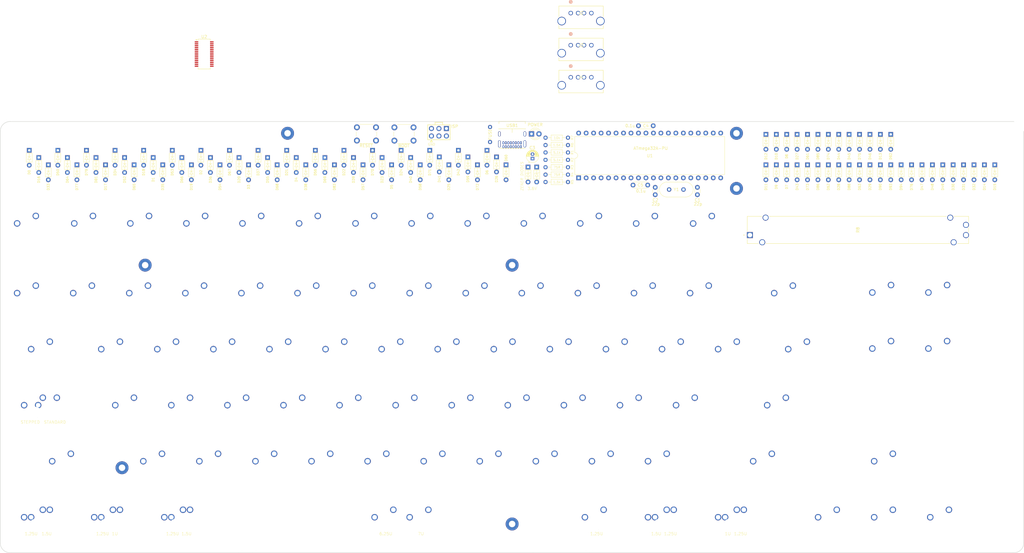
<source format=kicad_pcb>
(kicad_pcb (version 20241229) (generator "pcbnew") (generator_version "9.0")
  (layers (0 "F.Cu" signal) (2 "B.Cu" signal) (13 "F.Paste" user) (15 "B.Paste" user) (5 "F.SilkS" user "F.Silkscreen") (7 "B.SilkS" user "B.Silkscreen") (1 "F.Mask" user) (3 "B.Mask" user) (25 "Edge.Cuts" user))
  (net 0 "")
  (net 1 "GND")
  (net 2 "boot")
  (net 3 "Net-(U1-XTAL1)")
  (net 4 "Net-(U1-XTAL2)")
  (net 5 "+5V")
  (net 6 "Net-(D0-A)")
  (net 7 "Net-(D1-A)")
  (net 8 "Net-(D2-A)")
  (net 9 "Net-(D3-A)")
  (net 10 "Net-(D4-A)")
  (net 11 "Net-(D5-A)")
  (net 12 "Net-(D6-A)")
  (net 13 "Net-(D7-A)")
  (net 14 "Net-(D8-A)")
  (net 15 "Net-(D9-A)")
  (net 16 "Net-(D10-A)")
  (net 17 "Net-(D11-A)")
  (net 18 "Net-(D12-A)")
  (net 19 "Net-(D13-A)")
  (net 20 "Net-(D14-A)")
  (net 21 "Net-(D15-A)")
  (net 22 "Net-(D16-A)")
  (net 23 "Net-(D17-A)")
  (net 24 "Net-(D18-A)")
  (net 25 "Net-(D19-A)")
  (net 26 "Net-(D20-A)")
  (net 27 "Net-(D21-A)")
  (net 28 "Net-(D22-A)")
  (net 29 "Net-(D23-A)")
  (net 30 "Net-(D24-A)")
  (net 31 "Net-(D25-A)")
  (net 32 "Net-(D26-A)")
  (net 33 "Net-(D27-A)")
  (net 34 "Net-(D28-A)")
  (net 35 "Net-(D29-A)")
  (net 36 "Net-(D30-A)")
  (net 37 "Net-(D31-A)")
  (net 38 "Net-(D32-A)")
  (net 39 "Net-(D33-A)")
  (net 40 "Net-(D34-A)")
  (net 41 "Net-(D35-A)")
  (net 42 "Net-(D36-A)")
  (net 43 "Net-(D37-A)")
  (net 44 "Net-(D38-A)")
  (net 45 "Net-(D39-A)")
  (net 46 "Net-(D40-A)")
  (net 47 "Net-(D41-A)")
  (net 48 "Net-(D42-A)")
  (net 49 "Net-(D43-A)")
  (net 50 "Net-(D44-A)")
  (net 51 "Net-(D45-A)")
  (net 52 "Net-(D46-A)")
  (net 53 "Net-(D47-A)")
  (net 54 "Net-(D48-A)")
  (net 55 "Net-(D49-A)")
  (net 56 "Net-(D50-A)")
  (net 57 "Net-(D52-A)")
  (net 58 "Net-(D53-A)")
  (net 59 "Net-(D54-A)")
  (net 60 "Net-(D55-A)")
  (net 61 "Net-(D56-A)")
  (net 62 "Net-(D57-A)")
  (net 63 "Net-(D58-A)")
  (net 64 "Net-(D59-A)")
  (net 65 "Net-(D60-A)")
  (net 66 "Net-(D61-A)")
  (net 67 "Net-(D62-A)")
  (net 68 "Net-(D63-A)")
  (net 69 "Net-(D64-A)")
  (net 70 "Net-(D65-A)")
  (net 71 "Net-(D66-A)")
  (net 72 "Net-(D67-A)")
  (net 73 "Net-(D68-A)")
  (net 74 "Net-(D69-A)")
  (net 75 "Net-(D70-A)")
  (net 76 "Net-(D71-A)")
  (net 77 "Net-(D72-A)")
  (net 78 "Net-(D73-A)")
  (net 79 "Net-(D74-A)")
  (net 80 "Net-(D75-A)")
  (net 81 "Net-(D76-A)")
  (net 82 "Net-(D77-A)")
  (net 83 "Net-(D79-A)")
  (net 84 "Net-(D81-A)")
  (net 85 "Net-(D83-A)")
  (net 86 "Net-(D85-A)")
  (net 87 "Net-(D86-A)")
  (net 88 "Net-(D88-A)")
  (net 89 "Net-(D90-A)")
  (net 90 "Net-(D92-A)")
  (net 91 "Net-(D93-A)")
  (net 92 "Net-(D94-A)")
  (net 93 "Net-(D95-K)")
  (net 94 "Net-(D96-K)")
  (net 95 "VCC")
  (net 96 "MISO")
  (net 97 "SCK")
  (net 98 "MOSI")
  (net 99 "reset")
  (net 100 "Net-(LED1-K)")
  (net 101 "Net-(USB1-CC1)")
  (net 102 "Net-(USB1-CC2)")
  (net 103 "D-")
  (net 104 "D+")
  (net 108 "row0")
  (net 109 "row1")
  (net 110 "row2")
  (net 111 "row3")
  (net 112 "row4")
  (net 113 "row5")
  (net 114 "col0")
  (net 115 "col2")
  (net 116 "col3")
  (net 117 "col4")
  (net 118 "col5")
  (net 119 "col6")
  (net 120 "col7")
  (net 121 "col8")
  (net 122 "col9")
  (net 123 "col11")
  (net 124 "col12")
  (net 125 "col13")
  (net 126 "col14")
  (net 127 "col15")
  (net 128 "col16")
  (net 129 "col17")
  (net 130 "col1")
  (net 131 "col10")
  (footprint "cftkb:MX-6.25U-Stabilizer" (layer "F.Cu") (at 168.1099 192.4177)
    (property "Reference" "ST83")
    (property "Value" "6.25U")
  )
  (footprint "cftkb:SW_Cherry_MX1A_1.00u_PCB-NOSCREEN" (layer "F.Cu") (at 68.2625 111.125)
    (property "Reference" "SW17")
    (property "Value" "KEYSW")
  )
  (footprint "cftkb:SW_Cherry_MX1A_1.00u_PCB-NOSCREEN" (layer "F.Cu") (at 211.1375 130.175)
    (property "Reference" "SW41")
    (property "Value" "KEYSW")
  )
  (footprint "cftkb:MX-7U-Stabilizer" (layer "F.Cu") (at 180.0225 192.405)
    (property "Reference" "ST84")
    (property "Value" "7U")
  )
  (footprint "cftkb:CP_Radial_D4.0mm_P1.50mm" (layer "F.Cu") (at 217.945459 67.911544 90)
    (property "Reference" "C3")
    (property "Value" "4.7u")
  )
  (footprint "cftkb:LED_D3.0mm" (layer "F.Cu") (at 217.595499 59.5249)
    (property "Reference" "LED1")
    (property "Value" "POWER")
  )
  (footprint "cftkb:D_DO-35_SOD27_P5.08mm_Horizontal" (layer "F.Cu") (at 321.967188 68.784948 -90)
    (property "Reference" "D28")
    (property "Value" "D_Small")
  )
  (footprint "cftkb:D_DO-35_SOD27_P5.08mm_Horizontal" (layer "F.Cu") (at 108.530629 66.304655 -90)
    (property "Reference" "D36")
    (property "Value" "D_Small")
  )
  (footprint "cftkb:D_DO-35_SOD27_P5.08mm_Horizontal" (layer "F.Cu") (at 297.229706 68.784948 -90)
    (property "Reference" "D11")
    (property "Value" "D_Small")
  )
  (footprint "cftkb:D_DO-35_SOD27_P5.08mm_Horizontal" (layer "F.Cu") (at 371.442152 68.784948 -90)
    (property "Reference" "D14")
    (property "Value" "D_Small")
  )
  (footprint "cftkb:D_DO-35_SOD27_P5.08mm_Horizontal" (layer "F.Cu") (at 336.102892 68.784948 -90)
    (property "Reference" "D90")
    (property "Value" "D_Small")
  )
  (footprint "cftkb:D_DO-35_SOD27_P5.08mm_Horizontal" (layer "F.Cu") (at 339.636818 58.410499 -90)
    (property "Reference" "D92")
    (property "Value" "D_Small")
  )
  (footprint "cftkb:DIP-40_W15.24mm" (layer "F.Cu") (at 233.6165 74.4855 90)
    (property "Reference" "U1")
    (property "Value" "ATmega32A-PU")
  )
  (footprint "MountingHole:MountingHole_2.2mm_M2_Pad" (layer "F.Cu") (at 134.7343 59.3135)
    (property "Reference" "REF**")
    (property "Value" "MountingHole_2.2mm_M2_Pad")
  )
  (footprint "MountingHole:MountingHole_2.2mm_M2_Pad" (layer "F.Cu") (at 211.016251 104.1527)
    (property "Reference" "REF**")
    (property "Value" "MountingHole_2.2mm_M2_Pad")
  )
  (footprint "MountingHole:MountingHole_2.2mm_M2_Pad" (layer "F.Cu") (at 211.016251 192.1637)
    (property "Reference" "REF**")
    (property "Value" "MountingHole_2.2mm_M2_Pad")
  )
  (footprint "MountingHole:MountingHole_2.2mm_M2_Pad" (layer "F.Cu") (at 86.36 104.1527)
    (property "Reference" "REF**")
    (property "Value" "MountingHole_2.2mm_M2_Pad")
  )
  (footprint "MountingHole:MountingHole_2.2mm_M2_Pad" (layer "F.Cu") (at 78.4987 173.0375)
    (property "Reference" "REF**")
    (property "Value" "MountingHole_2.2mm_M2_Pad")
  )
  (footprint "cftkb:SW_PUSH_6mm" (layer "F.Cu") (at 171.023197 57.3151)
    (property "Reference" "BOOT1")
    (property "Value" "BOOT")
  )
  (footprint "cftkb:C_Disc_D3.0mm_W1.6mm_P2.50mm" (layer "F.Cu") (at 273.9517 80.2005 90)
    (property "Reference" "C1")
    (property "Value" "22p")
  )
  (footprint "cftkb:C_Disc_D3.0mm_W1.6mm_P2.50mm" (layer "F.Cu") (at 259.6261 80.2005 90)
    (property "Reference" "C2")
    (property "Value" "22p")
  )
  (footprint "cftkb:C_Disc_D4.3mm_W1.9mm_P5.00mm" (layer "F.Cu") (at 258.9403 56.7563 180)
    (property "Reference" "C4")
    (property "Value" "0.1u")
  )
  (footprint "cftkb:C_Disc_D4.3mm_W1.9mm_P5.00mm" (layer "F.Cu") (at 252.0823 76.9239)
    (property "Reference" "C5")
    (property "Value" "0.1u")
  )
  (footprint "cftkb:D_DO-35_SOD27_P5.08mm_Horizontal" (layer "F.Cu") (at 46.981402 63.824362 -90)
    (property "Reference" "D0")
    (property "Value" "D_Small")
  )
  (footprint "MountingHole:MountingHole_2.2mm_M2_Pad" (layer "F.Cu") (at 287.2232 59.3135)
    (property "Reference" "REF**")
    (property "Value" "MountingHole_2.2mm_M2_Pad")
  )
  (footprint "cftkb:D_DO-35_SOD27_P5.08mm_Horizontal" (layer "F.Cu") (at 89.094031 66.304655 -90)
    (property "Reference" "D1")
    (property "Value" "D_Small")
  )
  (footprint "cftkb:D_DO-35_SOD27_P5.08mm_Horizontal" (layer "F.Cu") (at 105.291196 63.824362 -90)
    (property "Reference" "D2")
    (property "Value" "D_Small")
  )
  (footprint "cftkb:D_DO-35_SOD27_P5.08mm_Horizontal" (layer "F.Cu") (at 121.488361 68.784948 -90)
    (property "Reference" "D3")
    (property "Value" "D_Small")
  )
  (footprint "cftkb:D_DO-35_SOD27_P5.08mm_Horizontal" (layer "F.Cu") (at 137.685526 66.304655 -90)
    (property "Reference" "D4")
    (property "Value" "D_Small")
  )
  (footprint "cftkb:D_DO-35_SOD27_P5.08mm_Horizontal" (layer "F.Cu") (at 170.079856 68.784948 -90)
    (property "Reference" "D5")
    (property "Value" "D_Small")
  )
  (footprint "cftkb:D_DO-35_SOD27_P5.08mm_Horizontal" (layer "F.Cu") (at 202.474222 63.824362 -90)
    (property "Reference" "D6")
    (property "Value" "D_Small")
  )
  (footprint "cftkb:D_DO-35_SOD27_P5.08mm_Horizontal" (layer "F.Cu") (at 304.297558 68.784948 -90)
    (property "Reference" "D7")
    (property "Value" "D_Small")
  )
  (footprint "cftkb:D_DO-35_SOD27_P5.08mm_Horizontal" (layer "F.Cu") (at 304.297558 58.410499 -90)
    (property "Reference" "D8")
    (property "Value" "D_Small")
  )
  (footprint "cftkb:D_DO-35_SOD27_P5.08mm_Horizontal" (layer "F.Cu") (at 300.763632 68.784948 -90)
    (property "Reference" "D9")
    (property "Value" "D_Small")
  )
  (footprint "cftkb:D_DO-35_SOD27_P5.08mm_Horizontal" (layer "F.Cu") (at 300.763632 58.410499 -90)
    (property "Reference" "D10")
    (property "Value" "D_Small")
  )
  (footprint "cftkb:D_DO-35_SOD27_P5.08mm_Horizontal" (layer "F.Cu") (at 297.229706 58.410499 -90)
    (property "Reference" "D12")
    (property "Value" "D_Small")
  )
  (footprint "cftkb:D_DO-35_SOD27_P5.08mm_Horizontal" (layer "F.Cu") (at 336.102892 58.410499 -90)
    (property "Reference" "D13")
    (property "Value" "D_Small")
  )
  (footprint "cftkb:D_DO-35_SOD27_P5.08mm_Horizontal" (layer "F.Cu") (at 374.976098 68.784948 -90)
    (property "Reference" "D15")
    (property "Value" "D_Small")
  )
  (footprint "cftkb:D_DO-35_SOD27_P5.08mm_Horizontal" (layer "F.Cu") (at 50.220835 66.304655 -90)
    (property "Reference" "D16")
    (property "Value" "D_Small")
  )
  (footprint "cftkb:D_DO-35_SOD27_P5.08mm_Horizontal" (layer "F.Cu") (at 72.896866 68.784948 -90)
    (property "Reference" "D17")
    (property "Value" "D_Small")
  )
  (footprint "cftkb:D_DO-35_SOD27_P5.08mm_Horizontal" (layer "F.Cu") (at 85.854598 63.824362 -90)
    (property "Reference" "D18")
    (property "Value" "D_Small")
  )
  (footprint "cftkb:D_DO-35_SOD27_P5.08mm_Horizontal" (layer "F.Cu") (at 102.051763 68.784948 -90)
    (property "Reference" "D19")
    (property "Value" "D_Small")
  )
  (footprint "cftkb:D_DO-35_SOD27_P5.08mm_Horizontal" (layer "F.Cu") (at 118.248928 66.304655 -90)
    (property "Reference" "D20")
    (property "Value" "D_Small")
  )
  (footprint "cftkb:D_DO-35_SOD27_P5.08mm_Horizontal" (layer "F.Cu") (at 134.446093 63.824362 -90)
    (property "Reference" "D21")
    (property "Value" "D_Small")
  )
  (footprint "cftkb:D_DO-35_SOD27_P5.08mm_Horizontal" (layer "F.Cu") (at 153.882691 63.824362 -90)
    (property "Reference" "D22")
    (property "Value" "D_Small")
  )
  (footprint "cftkb:D_DO-35_SOD27_P5.08mm_Horizontal" (layer "F.Cu") (at 166.840423 66.304655 -90)
    (property "Reference" "D23")
    (property "Value" "D_Small")
  )
  (footprint "cftkb:D_DO-35_SOD27_P5.08mm_Horizontal" (layer "F.Cu") (at 173.319289 63.824362 -90)
    (property "Reference" "D24")
    (property "Value" "D_Small")
  )
  (footprint "cftkb:D_DO-35_SOD27_P5.08mm_Horizontal" (layer "F.Cu") (at 189.516466 68.784948 -90)
    (property "Reference" "D25")
    (property "Value" "D_Small")
  )
  (footprint "cftkb:D_DO-35_SOD27_P5.08mm_Horizontal" (layer "F.Cu") (at 205.713661 66.1035 -90)
    (property "Reference" "D26")
    (property "Value" "D_Small")
  )
  (footprint "cftkb:D_DO-35_SOD27_P5.08mm_Horizontal" (layer "F.Cu") (at 307.831484 58.410499 -90)
    (property "Reference" "D27")
    (property "Value" "D_Small")
  )
  (footprint "cftkb:D_DO-35_SOD27_P5.08mm_Horizontal" (layer "F.Cu") (at 332.568966 68.784948 -90)
    (property "Reference" "D29")
    (property "Value" "D_Small")
  )
  (footprint "cftkb:D_DO-35_SOD27_P5.08mm_Horizontal" (layer "F.Cu") (at 360.840374 68.784948 -90)
    (property "Reference" "D30")
    (property "Value" "D_Small")
  )
  (footprint "cftkb:D_DO-35_SOD27_P5.08mm_Horizontal" (layer "F.Cu") (at 364.3743 68.784948 -90)
    (property "Reference" "D31")
    (property "Value" "D_Small")
  )
  (footprint "cftkb:D_DO-35_SOD27_P5.08mm_Horizontal" (layer "F.Cu") (at 367.908226 68.784948 -90)
    (property "Reference" "D32")
    (property "Value" "D_Small")
  )
  (footprint "cftkb:D_DO-35_SOD27_P5.08mm_Horizontal" (layer "F.Cu") (at 53.460268 68.784948 -90)
    (property "Reference" "D33")
    (property "Value" "D_Small")
  )
  (footprint "cftkb:D_DO-35_SOD27_P5.08mm_Horizontal" (layer "F.Cu") (at 76.136299 63.824362 -90)
    (property "Reference" "D34")
    (property "Value" "D_Small")
  )
  (footprint "cftkb:D_DO-35_SOD27_P5.08mm_Horizontal" (layer "F.Cu") (at 92.333464 68.784948 -90)
    (property "Reference" "D35")
    (property "Value" "D_Small")
  )
  (footprint "cftkb:D_DO-35_SOD27_P5.08mm_Horizontal" (layer "F.Cu") (at 124.727794 63.824362 -90)
    (property "Reference" "D37")
    (property "Value" "D_Small")
  )
  (footprint "cftkb:D_DO-35_SOD27_P5.08mm_Horizontal" (layer "F.Cu") (at 140.924959 68.784948 -90)
    (property "Reference" "D38")
    (property "Value" "D_Small")
  )
  (footprint "cftkb:D_DO-35_SOD27_P5.08mm_Horizontal" (layer "F.Cu") (at 157.122124 66.304655 -90)
    (property "Reference" "D39")
    (property "Value" "D_Small")
  )
  (footprint "cftkb:D_DO-35_SOD27_P5.08mm_Horizontal" (layer "F.Cu") (at 176.558722 66.304655 -90)
    (property "Reference" "D40")
    (property "Value" "D_Small")
  )
  (footprint "cftkb:D_DO-35_SOD27_P5.08mm_Horizontal" (layer "F.Cu") (at 186.277027 66.1035 -90)
    (property "Reference" "D41")
    (property "Value" "D_Small")
  )
  (footprint "cftkb:D_DO-35_SOD27_P5.08mm_Horizontal" (layer "F.Cu") (at 192.755905 63.824362 -90)
    (property "Reference" "D42")
    (property "Value" "D_Small")
  )
  (footprint "cftkb:D_DO-35_SOD27_P5.08mm_Horizontal" (layer "F.Cu") (at 307.831484 68.784948 -90)
    (property "Reference" "D43")
    (property "Value" "D_Small")
  )
  (footprint "cftkb:D_DO-35_SOD27_P5.08mm_Horizontal" (layer "F.Cu") (at 321.967188 58.410499 -90)
    (property "Reference" "D44")
    (property "Value" "D_Small")
  )
  (footprint "cftkb:D_DO-35_SOD27_P5.08mm_Horizontal" (layer "F.Cu") (at 325.501114 58.410499 -90)
    (property "Reference" "D45")
    (property "Value" "D_Small")
  )
  (footprint "cftkb:D_DO-35_SOD27_P5.08mm_Horizontal" (layer "F.Cu") (at 332.568966 58.410499 -90)
    (property "Reference" "D46")
    (property "Value" "D_Small")
  )
  (footprint "cftkb:D_DO-35_SOD27_P5.08mm_Horizontal" (layer "F.Cu") (at 350.238596 68.784948 -90)
    (property "Reference" "D47")
    (property "Value" "D_Small")
  )
  (footprint "cftkb:D_DO-35_SOD27_P5.08mm_Horizontal" (layer "F.Cu") (at 353.772522 68.784948 -90)
    (property "Reference" "D48")
    (property "Value" "D_Small")
  )
  (footprint "cftkb:D_DO-35_SOD27_P5.08mm_Horizontal" (layer "F.Cu") (at 357.306448 68.784948 -90)
    (property "Reference" "D49")
    (property "Value" "D_Small")
  )
  (footprint "cftkb:D_DO-35_SOD27_P5.08mm_Horizontal" (layer "F.Cu") (at 56.699701 63.824362 -90)
    (property "Reference" "D50")
    (property "Value" "D_Small")
  )
  (footprint "cftkb:D_DO-35_SOD27_P5.08mm_Horizontal" (layer "F.Cu") (at 79.375732 66.304655 -90)
    (property "Reference" "D52")
    (property "Value" "D_Small")
  )
  (footprint "cftkb:D_DO-35_SOD27_P5.08mm_Horizontal" (layer "F.Cu") (at 95.572897 63.824362 -90)
    (property "Reference" "D53")
    (property "Value" "D_Small")
  )
  (footprint "cftkb:D_DO-35_SOD27_P5.08mm_Horizontal" (layer "F.Cu") (at 111.770062 68.784948 -90)
    (property "Reference" "D54")
    (property "Value" "D_Small")
  )
  (footprint "cftkb:D_DO-35_SOD27_P5.08mm_Horizontal" (layer "F.Cu") (at 127.967227 66.304655 -90)
    (property "Reference" "D55")
    (property "Value" "D_Small")
  )
  (footprint "cftkb:D_DO-35_SOD27_P5.08mm_Horizontal" (layer "F.Cu") (at 144.164392 63.824362 -90)
    (property "Reference" "D56")
    (property "Value" "D_Small")
  )
  (footprint "cftkb:D_DO-35_SOD27_P5.08mm_Horizontal" (layer "F.Cu") (at 160.361557 68.784948 -90)
    (property "Reference" "D57")
    (property "Value" "D_Small")
  )
  (footprint "cftkb:D_DO-35_SOD27_P5.08mm_Horizontal" (layer "F.Cu") (at 179.798155 68.784948 -90)
    (property "Reference" "D58")
    (property "Value" "D_Small")
  )
  (footprint "cftkb:D_DO-35_SOD27_P5.08mm_Horizontal" (layer "F.Cu") (at 195.995344 66.1035 -90)
    (property "Reference" "D59")
    (property "Value" "D_Small")
  )
  (footprint "cftkb:D_DO-35_SOD27_P5.08mm_Horizontal" (layer "F.Cu") (at 208.9531 68.784948 -90)
    (property "Reference" "D60")
    (property "Value" "D_Small")
  )
  (footprint "cftkb:D_DO-35_SOD27_P5.08mm_Horizontal" (layer "F.Cu") (at 311.36541 58.410499 -90)
    (property "Reference" "D61")
    (property "Value" "D_Small")
  )
  (footprint "cftkb:D_DO-35_SOD27_P5.08mm_Horizontal" (layer "F.Cu") (at 318.433262 68.784948 -90)
    (property "Reference" "D62")
    (property "Value" "D_Small")
  )
  (footprint "cftkb:D_DO-35_SOD27_P5.08mm_Horizontal" (layer "F.Cu") (at 329.03504 68.784948 -90)
    (property "Reference" "D63")
    (property "Value" "D_Small")
  )
  (footprint "cftkb:D_DO-35_SOD27_P5.08mm_Horizontal" (layer "F.Cu") (at 59.939134 66.304655 -90)
    (property "Reference" "D64")
    (property "Value" "D_Small")
  )
  (footprint "cftkb:D_DO-35_SOD27_P5.08mm_Horizontal" (layer "F.Cu") (at 82.615165 68.784948 -90)
    (property "Reference" "D65")
    (property "Value" "D_Small")
  )
  (footprint "cftkb:D_DO-35_SOD27_P5.08mm_Horizontal" (layer "F.Cu") (at 98.81233 66.304655 -90)
    (property "Reference" "D66")
    (property "Value" "D_Small")
  )
  (footprint "cftkb:D_DO-35_SOD27_P5.08mm_Horizontal" (layer "F.Cu") (at 115.009495 63.824362 -90)
    (property "Reference" "D67")
    (property "Value" "D_Small")
  )
  (footprint "cftkb:D_DO-35_SOD27_P5.08mm_Horizontal" (layer "F.Cu") (at 131.20666 68.784948 -90)
    (property "Reference" "D68")
    (property "Value" "D_Small")
  )
  (footprint "cftkb:D_DO-35_SOD27_P5.08mm_Horizontal" (layer "F.Cu") (at 147.403825 66.304655 -90)
    (property "Reference" "D69")
    (property "Value" "D_Small")
  )
  (footprint "cftkb:D_DO-35_SOD27_P5.08mm_Horizontal" (layer "F.Cu") (at 163.60099 63.824362 -90)
    (property "Reference" "D70")
    (property "Value" "D_Small")
  )
  (footprint "cftkb:D_DO-35_SOD27_P5.08mm_Horizontal" (layer "F.Cu") (at 183.037588 63.824362 -90)
    (property "Reference" "D71")
    (property "Value" "D_Small")
  )
  (footprint "cftkb:D_DO-35_SOD27_P5.08mm_Horizontal" (layer "F.Cu") (at 199.234783 68.784948 -90)
    (property "Reference" "D72")
    (property "Value" "D_Small")
  )
  (footprint "cftkb:D_DO-35_SOD27_P5.08mm_Horizontal" (layer "F.Cu") (at 311.36541 68.784948 -90)
    (property "Reference" "D73")
    (property "Value" "D_Small")
  )
  (footprint "cftkb:D_DO-35_SOD27_P5.08mm_Horizontal" (layer "F.Cu") (at 318.433262 58.410499 -90)
    (property "Reference" "D74")
    (property "Value" "D_Small")
  )
  (footprint "cftkb:D_DO-35_SOD27_P5.08mm_Horizontal" (layer "F.Cu") (at 329.03504 58.410499 -90)
    (property "Reference" "D75")
    (property "Value" "D_Small")
  )
  (footprint "cftkb:D_DO-35_SOD27_P5.08mm_Horizontal" (layer "F.Cu") (at 346.70467 68.784948 -90)
    (property "Reference" "D76")
    (property "Value" "D_Small")
  )
  (footprint "cftkb:D_DO-35_SOD27_P5.08mm_Horizontal" (layer "F.Cu") (at 63.178567 68.784948 -90)
    (property "Reference" "D77")
    (property "Value" "D_Small")
  )
  (footprint "cftkb:D_DO-35_SOD27_P5.08mm_Horizontal" (layer "F.Cu") (at 66.418 63.824362 -90)
    (property "Reference" "D79")
    (property "Value" "D_Small")
  )
  (footprint "cftkb:D_DO-35_SOD27_P5.08mm_Horizontal" (layer "F.Cu") (at 69.657433 66.304655 -90)
    (property "Reference" "D81")
    (property "Value" "D_Small")
  )
  (footprint "cftkb:D_DO-35_SOD27_P5.08mm_Horizontal" (layer "F.Cu") (at 150.643258 68.784948 -90)
    (property "Reference" "D83")
    (property "Value" "D_Small")
  )
  (footprint "cftkb:D_DO-35_SOD27_P5.08mm_Horizontal" (layer "F.Cu") (at 314.899336 58.410499 -90)
    (property "Reference" "D85")
    (property "Value" "D_Small")
  )
  (footprint "cftkb:D_DO-35_SOD27_P5.08mm_Horizontal" (layer "F.Cu") (at 314.899336 68.784948 -90)
    (property "Reference" "D86")
    (property "Value" "D_Small")
  )
  (footprint "cftkb:D_DO-35_SOD27_P5.08mm_Horizontal" (layer "F.Cu") (at 325.501114 68.784948 -90)
    (property "Reference" "D88")
    (property "Value" "D_Small")
  )
  (footprint "cftkb:D_DO-35_SOD27_P5.08mm_Horizontal" (layer "F.Cu") (at 339.636818 68.784948 -90)
    (property "Reference" "D93")
    (property "Value" "D_Small")
  )
  (footprint "cftkb:D_DO-35_SOD27_P5.08mm_Horizontal" (layer "F.Cu") (at 343.170744 68.784948 -90)
    (property "Reference" "D94")
    (property "Value" "D_Small")
  )
  (footprint "cftkb:D_DO-35_SOD27_P5.08mm_Horizontal" (layer "F.Cu") (at 216.4207 69.5325 -90)
    (property "Reference" "D95")
    (property "Value" "3.6V")
  )
  (footprint "cftkb:D_DO-35_SOD27_P5.08mm_Horizontal" (layer "F.Cu") (at 219.3671 69.5325 -90)
    (property "Reference" "D96")
    (property "Value" "3.6V")
  )
  (footprint "cftkb:polyfuse_5.1mm" (layer "F.Cu") (at 203.515397 59.7281 90)
    (property "Reference" "F1")
    (property "Value" "500mA")
  )
  (footprint "cftkb:AVR_ICSP_3x2" (layer "F.Cu") (at 186.148397 58.9661 180)
    (property "Reference" "J1" (hide yes))
    (property "Value" "AVR-ISP-6" (hide yes))
  )
  (footprint "cftkb:R_Axial_DIN0204_L3.6mm_D1.6mm_P7.62mm_Horizontal" (layer "F.Cu") (at 229.9843 65.842226 180)
    (property "Reference" "R1")
    (property "Value" "5.1k")
  )
  (footprint "cftkb:R_Axial_DIN0204_L3.6mm_D1.6mm_P7.62mm_Horizontal" (layer "F.Cu") (at 229.9843 68.353189 180)
    (property "Reference" "R2")
    (property "Value" "5.1k")
  )
  (footprint "cftkb:R_Axial_DIN0204_L3.6mm_D1.6mm_P7.62mm_Horizontal" (layer "F.Cu") (at 229.9843 70.864152 180)
    (property "Reference" "R3")
    (property "Value" "75R")
  )
  (footprint "cftkb:R_Axial_DIN0204_L3.6mm_D1.6mm_P7.62mm_Horizontal" (layer "F.Cu") (at 229.9843 73.375115 180)
    (property "Reference" "R4")
    (property "Value" "75R")
  )
  (footprint "cftkb:R_Axial_DIN0204_L3.6mm_D1.6mm_P7.62mm_Horizontal" (layer "F.Cu") (at 229.9843 75.886078 180)
    (property "Reference" "R5")
    (property "Value" "1.5k")
  )
  (footprint "cftkb:R_Axial_DIN0204_L3.6mm_D1.6mm_P7.62mm_Horizontal" (layer "F.Cu") (at 229.9843 63.331263 180)
    (property "Reference" "R6")
    (property "Value" "1.5K")
  )
  (footprint "cftkb:R_Axial_DIN0204_L3.6mm_D1.6mm_P7.62mm_Horizontal" (layer "F.Cu") (at 229.9843 60.8203 180)
    (property "Reference" "R7")
    (property "Value" "10k")
  )
  (footprint "cftkb:SW_PUSH_6mm" (layer "F.Cu") (at 158.284597 57.2897)
    (property "Reference" "RESET1")
    (property "Value" "RESET")
  )
  (footprint "cftkb:SW_Cherry_MX1A_1.00u_PCB-NOSCREEN" (layer "F.Cu") (at 49.2125 87.42)
    (property "Reference" "SW0")
    (property "Value" "KEYSW")
  )
  (footprint "cftkb:SW_Cherry_MX1A_1.00u_PCB-NOSCREEN" (layer "F.Cu") (at 68.62 87.42)
    (property "Reference" "SW1")
    (property "Value" "KEYSW")
  )
  (footprint "cftkb:SW_Cherry_MX1A_1.00u_PCB-NOSCREEN" (layer "F.Cu") (at 87.67 87.42)
    (property "Reference" "SW2")
    (property "Value" "KEYSW")
  )
  (footprint "cftkb:SW_Cherry_MX1A_1.00u_PCB-NOSCREEN" (layer "F.Cu") (at 106.72 87.42)
    (property "Reference" "SW3")
    (property "Value" "KEYSW")
  )
  (footprint "cftkb:SW_Cherry_MX1A_1.00u_PCB-NOSCREEN" (layer "F.Cu") (at 125.77 87.42)
    (property "Reference" "SW4")
    (property "Value" "KEYSW")
  )
  (footprint "cftkb:SW_Cherry_MX1A_1.00u_PCB-NOSCREEN" (layer "F.Cu") (at 145 87.42)
    (property "Reference" "SW5")
    (property "Value" "KEYSW")
  )
  (footprint "cftkb:SW_Cherry_MX1A_1.00u_PCB-NOSCREEN" (layer "F.Cu") (at 164.17 87.42)
    (property "Reference" "SW6")
    (property "Value" "KEYSW")
  )
  (footprint "cftkb:SW_Cherry_MX1A_1.00u_PCB-NOSCREEN" (layer "F.Cu") (at 183.22 87.42)
    (property "Reference" "SW7")
    (property "Value" "KEYSW")
  )
  (footprint "cftkb:SW_Cherry_MX1A_1.00u_PCB-NOSCREEN" (layer "F.Cu") (at 202.27 87.42)
    (property "Reference" "SW8")
    (property "Value" "KEYSW")
  )
  (footprint "cftkb:SW_Cherry_MX1A_1.00u_PCB-NOSCREEN" (layer "F.Cu") (at 221.35 87.42)
    (property "Reference" "SW9")
    (property "Value" "KEYSW")
  )
  (footprint "cftkb:SW_Cherry_MX1A_1.00u_PCB-NOSCREEN" (layer "F.Cu") (at 240.5 87.42)
    (property "Reference" "SW10")
    (property "Value" "KEYSW")
  )
  (footprint "cftkb:SW_Cherry_MX1A_1.00u_PCB-NOSCREEN" (layer "F.Cu") (at 259.5 87.46)
    (property "Reference" "SW11")
    (property "Value" "KEYSW")
  )
  (footprint "cftkb:SW_Cherry_MX1A_1.00u_PCB-NOSCREEN" (layer "F.Cu") (at 278.85 87.46)
    (property "Reference" "SW12")
    (property "Value" "KEYSW")
  )
  (footprint "cftkb:SW_Cherry_MX1A_1.00u_PCB-NOSCREEN" (layer "F.Cu") (at 49.2125 111.125)
    (property "Reference" "SW16")
    (property "Value" "KEYSW")
  )
  (footprint "cftkb:SW_Cherry_MX1A_1.00u_PCB-NOSCREEN" (layer "F.Cu") (at 87.3125 111.125)
    (property "Reference" "SW18")
    (property "Value" "KEYSW")
  )
  (footprint "cftkb:SW_Cherry_MX1A_1.00u_PCB-NOSCREEN" (layer "F.Cu") (at 106.3625 111.125)
    (property "Reference" "SW19")
    (property "Value" "KEYSW")
  )
  (footprint "cftkb:SW_Cherry_MX1A_1.00u_PCB-NOSCREEN" (layer "F.Cu") (at 125.4125 111.125)
    (property "Reference" "SW20")
    (property "Value" "KEYSW")
  )
  (footprint "cftkb:SW_Cherry_MX1A_1.00u_PCB-NOSCREEN" (layer "F.Cu") (at 144.4625 111.125)
    (property "Reference" "SW21")
    (property "Value" "KEYSW")
  )
  (footprint "cftkb:SW_Cherry_MX1A_1.00u_PCB-NOSCREEN" (layer "F.Cu") (at 163.5125 111.125)
    (property "Reference" "SW22")
    (property "Value" "KEYSW")
  )
  (footprint "cftkb:SW_Cherry_MX1A_1.00u_PCB-NOSCREEN" (layer "F.Cu") (at 182.5625 111.125)
    (property "Reference" "SW23")
    (property "Value" "KEYSW")
  )
  (footprint "cftkb:SW_Cherry_MX1A_1.00u_PCB-NOSCREEN" (layer "F.Cu") (at 201.6125 111.125)
    (property "Reference" "SW24")
    (property "Value" "KEYSW")
  )
  (footprint "cftkb:SW_Cherry_MX1A_1.00u_PCB-NOSCREEN" (layer "F.Cu") (at 220.6625 111.125)
    (property "Reference" "SW25")
    (property "Value" "KEYSW")
  )
  (footprint "cftkb:SW_Cherry_MX1A_1.00u_PCB-NOSCREEN" (layer "F.Cu") (at 239.7125 111.125)
    (property "Reference" "SW26")
    (property "Value" "KEYSW")
  )
  (footprint "cftkb:SW_Cherry_MX1A_1.00u_PCB-NOSCREEN" (layer "F.Cu") (at 258.7625 111.125)
    (property "Reference" "SW27")
    (property "Value" "KEYSW")
  )
  (footprint "cftkb:SW_Cherry_MX1A_1.00u_PCB-NOSCREEN" (layer "F.Cu") (at 277.8125 111.125)
    (property "Reference" "SW28")
    (property "Value" "KEYSW")
  )
  (footprint "cftkb:SW_Cherry_MX1A_2.00u_PCBNOSCREEN" (layer "F.Cu") (at 306.3875 111.125)
    (property "Reference" "SW29")
    (property "Value" "KEYSW")
  )
  (footprint "cftkb:SW_Cherry_MX1A_1.00u_PCB-NOSCREEN" (layer "F.Cu") (at 339.725 110.92)
    (property "Reference" "SW30")
    (property "Value" "KEYSW")
  )
  (footprint "cftkb:SW_Cherry_MX1A_1.00u_PCB-NOSCREEN" (layer "F.Cu") (at 358.775 110.92)
    (property "Reference" "SW31")
    (property "Value" "KEYSW")
  )
  (footprint "cftkb:SW_Cherry_MX1A_1.50u_PCBNOSCREEN" (layer "F.Cu") (at 53.975 130.175)
    (property "Reference" "SW33")
    (property "Value" "KEYSW")
  )
  (footprint "cftkb:SW_Cherry_MX1A_1.00u_PCB-NOSCREEN" (layer "F.Cu") (at 77.7875 130.175)
    (property "Reference" "SW34")
    (property "Value" "KEYSW")
  )
  (footprint "cftkb:SW_Cherry_MX1A_1.00u_PCB-NOSCREEN" (layer "F.Cu") (at 96.8375 130.175)
    (property "Reference" "SW35")
    (property "Value" "KEYSW")
  )
  (footprint "cftkb:SW_Cherry_MX1A_1.00u_PCB-NOSCREEN" (layer "F.Cu") (at 115.8875 130.175)
    (property "Reference" "SW36")
    (property "Value" "KEYSW")
  )
  (footprint "cftkb:SW_Cherry_MX1A_1.00u_PCB-NOSCREEN" (layer "F.Cu") (at 134.9375 130.175)
    (property "Reference" "SW37")
    (property "Value" "KEYSW")
  )
  (footprint "cftkb:SW_Cherry_MX1A_1.00u_PCB-NOSCREEN" (layer "F.Cu") (at 153.9875 130.175)
    (property "Reference" "SW38")
    (property "Value" "KEYSW")
  )
  (footprint "cftkb:SW_Cherry_MX1A_1.00u_PCB-NOSCREEN" (layer "F.Cu") (at 173.0375 130.175)
    (property "Reference" "SW39")
    (property "Value" "KEYSW")
  )
  (footprint "cftkb:SW_Cherry_MX1A_1.00u_PCB-NOSCREEN" (layer "F.Cu") (at 192.0875 130.175)
    (property "Reference" "SW40")
    (property "Value" "KEYSW")
  )
  (footprint "cftkb:SW_Cherry_MX1A_1.00u_PCB-NOSCREEN" (layer "F.Cu") (at 230.1875 130.175)
    (property "Reference" "SW42")
    (property "Value" "KEYSW")
  )
  (footprint "cftkb:SW_Cherry_MX1A_1.00u_PCB-NOSCREEN" (layer "F.Cu") (at 249.2375 130.175)
    (property "Reference" "SW43")
    (property "Value" "KEYSW")
  )
  (footprint "cftkb:SW_Cherry_MX1A_1.00u_PCB-NOSCREEN" (layer "F.Cu") (at 268.2875 130.175)
    (property "Reference" "SW44")
    (property "Value" "KEYSW")
  )
  (footprint "cftkb:SW_Cherry_MX1A_1.00u_PCB-NOSCREEN" (layer "F.Cu") (at 287.3375 130.175)
    (property "Reference" "SW45")
    (property "Value" "KEYSW")
  )
  (footprint "cftkb:SW_Cherry_MX1A_1.50u_PCBNOSCREEN" (layer "F.Cu") (at 311.15 130.175)
    (property "Reference" "SW46")
    (property "Value" "KEYSW")
  )
  (footprint "cftkb:SW_Cherry_MX1A_1.00u_PCB-NOSCREEN" (layer "F.Cu") (at 339.725 129.97)
    (property "Reference" "SW47")
    (property "Value" "KEYSW")
  )
  (footprint "cftkb:SW_Cherry_MX1A_1.00u_PCB-NOSCREEN" (layer "F.Cu") (at 358.775 129.97)
    (property "Reference" "SW48")
    (property "Value" "KEYSW")
  )
  (footprint "cftkb:SW_Cherry_MX1A_1.75u_PCBNOSCREEN" (layer "F.Cu") (at 56.35625 149.225)
    (property "Reference" "SW50")
    (property "Value" "KEYSW")
  )
  (footprint "cftkb:SW_Cherry_MX1A_1.25u_PCBNOSCREEN" (layer "F.Cu") (at 51.59375 149.225)
    (property "Reference" "SW51")
    (property "Value" "KEYSW")
  )
  (footprint "cftkb:SW_Cherry_MX1A_1.00u_PCB-NOSCREEN" (layer "F.Cu") (at 82.55 149.225)
    (property "Reference" "SW52")
    (property "Value" "KEYSW")
  )
  (footprint "cftkb:SW_Cherry_MX1A_1.00u_PCB-NOSCREEN" (layer "F.Cu") (at 101.6 149.225)
    (property "Reference" "SW53")
    (property "Value" "KEYSW")
  )
  (footprint "cftkb:SW_Cherry_MX1A_1.00u_PCB-NOSCREEN" (layer "F.Cu") (at 120.65 149.225)
    (property "Reference" "SW54")
    (property "Value" "KEYSW")
  )
  (footprint "cftkb:SW_Cherry_MX1A_1.00u_PCB-NOSCREEN" (layer "F.Cu") (at 139.7 149.225)
    (property "Reference" "SW55")
    (property "Value" "KEYSW")
  )
  (footprint "cftkb:SW_Cherry_MX1A_1.00u_PCB-NOSCREEN" (layer "F.Cu") (at 158.75 149.225)
    (property "Reference" "SW56")
    (property "Value" "KEYSW")
  )
  (footprint "cftkb:SW_Cherry_MX1A_1.00u_PCB-NOSCREEN" (layer "F.Cu") (at 177.8 149.225)
    (property "Reference" "SW57")
    (property "Value" "KEYSW")
  )
  (footprint "cftkb:SW_Cherry_MX1A_1.00u_PCB-NOSCREEN" (layer "F.Cu") (at 196.85 149.225)
    (property "Reference" "SW58")
    (property "Value" "KEYSW")
  )
  (footprint "cftkb:SW_Cherry_MX1A_1.00u_PCB-NOSCREEN" (layer "F.Cu") (at 215.9 149.225)
    (property "Reference" "SW59")
    (property "Value" "KEYSW")
  )
  (footprint "cftkb:SW_Cherry_MX1A_1.00u_PCB-NOSCREEN" (layer "F.Cu") (at 234.95 149.225)
    (property "Reference" "SW60")
    (property "Value" "KEYSW")
  )
  (footprint "cftkb:SW_Cherry_MX1A_1.00u_PCB-NOSCREEN" (layer "F.Cu") (at 254 149.225)
    (property "Reference" "SW61")
    (property "Value" "KEYSW")
  )
  (footprint "cftkb:SW_Cherry_MX1A_1.00u_PCB-NOSCREEN" (layer "F.Cu") (at 273.05 149.225)
    (property "Reference" "SW62")
    (property "Value" "KEYSW")
  )
  (footprint "cftkb:SW_Cherry_MX1A_2.25u_PCBNOSCREEN" (layer "F.Cu") (at 304.00625 149.225)
    (property "Reference" "SW63")
    (property "Value" "KEYSW")
  )
  (footprint "cftkb:SW_Cherry_MX1A_2.25u_PCBNOSCREEN" (layer "F.Cu") (at 61.11875 168.275)
    (property "Reference" "SW64")
    (property "Value" "KEYSW")
  )
  (footprint "cftkb:SW_Cherry_MX1A_1.00u_PCB-NOSCREEN" (layer "F.Cu") (at 92.075 168.275)
    (property "Reference" "SW65")
    (property "Value" "KEYSW")
  )
  (footprint "cftkb:SW_Cherry_MX1A_1.00u_PCB-NOSCREEN" (layer "F.Cu") (at 111.125 168.275)
    (property "Reference" "SW66")
    (property "Value" "KEYSW")
  )
  (footprint "cftkb:SW_Cherry_MX1A_1.00u_PCB-NOSCREEN" (layer "F.Cu") (at 130.175 168.275)
    (property "Reference" "SW67")
    (property "Value" "KEYSW")
  )
  (footprint "cftkb:SW_Cherry_MX1A_1.00u_PCB-NOSCREEN" (layer "F.Cu") (at 149.225 168.275)
    (property "Reference" "SW68")
    (property "Value" "KEYSW")
  )
  (footprint "cftkb:SW_Cherry_MX1A_1.00u_PCB-NOSCREEN" (layer "F.Cu") (at 168.275 168.275)
    (property "Reference" "SW69")
    (property "Value" "KEYSW")
  )
  (footprint "cftkb:SW_Cherry_MX1A_1.00u_PCB-NOSCREEN" (layer "F.Cu") (at 187.325 168.275)
    (property "Reference" "SW70")
    (property "Value" "KEYSW")
  )
  (footprint "cftkb:SW_Cherry_MX1A_1.00u_PCB-NOSCREEN" (layer "F.Cu") (at 206.375 168.275)
    (property "Reference" "SW71")
    (property "Value" "KEYSW")
  )
  (footprint "cftkb:SW_Cherry_MX1A_1.00u_PCB-NOSCREEN" (layer "F.Cu") (at 225.425 168.275)
    (property "Reference" "SW72")
    (property "Value" "KEYSW")
  )
  (footprint "cftkb:SW_Cherry_MX1A_1.00u_PCB-NOSCREEN" (layer "F.Cu") (at 244.475 168.275)
    (property "Reference" "SW73")
    (property "Value" "KEYSW")
  )
  (footprint "cftkb:SW_Cherry_MX1A_1.00u_PCB-NOSCREEN" (layer "F.Cu") (at 263.525 168.275)
    (property "Reference" "SW74")
    (property "Value" "KEYSW")
  )
  (footprint "cftkb:SW_Cherry_MX1A_1.00u_PCB-NOSCREEN" (layer "F.Cu") (at 340.35 168.275)
    (property "Reference" "SW76")
    (property "Value" "KEYSW")
  )
  (footprint "cftkb:SW_Cherry_MX1A_1.50u_PCBNOSCREEN" (layer "F.Cu") (at 53.975 187.325)
    (property "Reference" "SW77")
    (property "Value" "KEYSW")
  )
  (footprint "cftkb:SW_Cherry_MX1A_1.25u_PCBNOSCREEN" (layer "F.Cu") (at 51.59375 187.325)
    (property "Reference" "SW78")
    (property "Value" "KEYSW")
  )
  (footprint "cftkb:SW_Cherry_MX1A_1.25u_PCBNOSCREEN" (layer "F.Cu") (at 75.40625 187.325)
    (property "Reference" "SW79")
    (property "Value" "KEYSW")
  )
  (footprint "cftkb:SW_Cherry_MX1A_1.00u_PCB-NOSCREEN" (layer "F.Cu") (at 77.7875 187.325)
    (property "Reference" "SW80")
    (property "Value" "KEYSW")
  )
  (footprint "cftkb:SW_Cherry_MX1A_1.50u_PCBNOSCREEN" (layer "F.Cu") (at 101.6 187.325)
    (property "Reference" "SW81")
    (property "Value" "KEYSW")
  )
  (footprint "cftkb:SW_Cherry_MX1A_1.25u_PCBNOSCREEN" (layer "F.Cu") (at 99.21875 187.325)
    (property "Reference" "SW82")
    (property "Value" "KEYSW")
  )
  (footprint "cftkb:SW_Cherry_MX1A_1.00u_PCB-NOSCREEN" (layer "F.Cu") (at 170.65625 187.325)
    (property "Reference" "SW83")
    (property "Value" "KEYSW")
  )
  (footprint "cftkb:SW_Cherry_MX1A_1.00u_PCB-NOSCREEN" (layer "F.Cu") (at 182.5625 187.325)
    (property "Reference" "SW84")
    (property "Value" "KEYSW")
  )
  (footprint "cftkb:SW_Cherry_MX1A_1.25u_PCBNOSCREEN" (layer "F.Cu") (at 242.09375 187.325)
    (property "Reference" "SW85")
    (property "Value" "KEYSW")
  )
  (footprint "cftkb:SW_Cherry_MX1A_1.50u_PCBNOSCREEN" (layer "F.Cu") (at 263.525 187.325)
    (property "Reference" "SW86")
    (property "Value" "KEYSW")
  )
  (footprint "cftkb:SW_Cherry_MX1A_1.25u_PCBNOSCREEN" (layer "F.Cu") (at 265.90625 187.325)
    (property "Reference" "SW87")
    (property "Value" "KEYSW")
  )
  (footprint "cftkb:SW_Cherry_MX1A_1.25u_PCBNOSCREEN" (layer "F.Cu") (at 289.71875 187.325)
    (property "Reference" "SW88")
    (property "Value" "KEYSW")
  )
  (footprint "cftkb:SW_Cherry_MX1A_1.00u_PCB-NOSCREEN" (layer "F.Cu") (at 287.3375 187.325)
    (property "Reference" "SW89")
    (property "Value" "KEYSW")
  )
  (footprint "cftkb:SW_Cherry_MX1A_1.00u_PCB-NOSCREEN" (layer "F.Cu") (at 321.3 187.325)
    (property "Reference" "SW92")
    (property "Value" "KEYSW")
  )
  (footprint "cftkb:SW_Cherry_MX1A_1.00u_PCB-NOSCREEN" (layer "F.Cu") (at 340.35 187.325)
    (property "Reference" "SW93")
    (property "Value" "KEYSW")
  )
  (footprint "cftkb:SW_Cherry_MX1A_1.00u_PCB-NOSCREEN" (layer "F.Cu") (at 359.4 187.325)
    (property "Reference" "SW94")
    (property "Value" "KEYSW")
  )
  (footprint "cftkb:USB_C_GCT_USB4085" (layer "F.Cu") (at 211.016251 57.7977 180)
    (property "Reference" "USB1")
    (property "Value" "USB_C_GCT_USB4085")
  )
  (footprint "cftkb:Crystal_HC49-4H_Vertical" (layer "F.Cu") (at 269.2273 78.4479 180)
    (property "Reference" "Y1")
    (property "Value" "Crystal")
  )
  (footprint "cftkb:SW_Cherry_MX1A_2.75u_PCB_NOSCREEN" (layer "F.Cu") (at 299.24375 168.28135)
    (property "Reference" "SW75")
    (property "Value" "KEYSW")
  )
  (footprint "MountingHole:MountingHole_2.2mm_M2_Pad" (layer "F.Cu") (at 287.2232 78.0635)
    (property "Reference" "REF**")
    (property "Value" "MountingHole_2.2mm_M2_Pad")
  )
  (footprint "1734366-1:CONN4_1734366-1_TEC" (layer "F.Cu") (at 230.930001 40.290074)
    (property "Reference" "J4")
    (property "Value" "1734366-1")
  )
  (footprint "PTA6043-2015DPB103:POT_PTA6043" (layer "F.Cu") (at 291.785 93.9309 90)
    (property "Reference" "R8")
    (property "Value" "PTA6043-2015DPB103")
  )
  (footprint "Package_SO:SSOP-28_3.9x9.9mm_P0.635mm" (layer "F.Cu") (at 106.4 32.3725)
    (property "Reference" "U2")
    (property "Value" "FE1.1s")
  )
  (footprint "1734366-1:CONN4_1734366-1_TEC" (layer "F.Cu") (at 230.930001 29.368075)
    (property "Reference" "J3")
    (property "Value" "1734366-1")
  )
  (footprint "1734366-1:CONN4_1734366-1_TEC" (layer "F.Cu") (at 230.930001 18.446076)
    (property "Reference" "J2")
    (property "Value" "1734366-1")
  )
  (gr_line (start 215.6621 73.1719) (end 215.8907 72.8925) (stroke (width 0.12)) (layer "F.SilkS"))
  (gr_line (start 218.6085 73.1719) (end 218.8371 72.8925) (stroke (width 0.12)) (layer "F.SilkS"))
  (gr_line (start 219.9171 72.8925) (end 220.1457 72.6131) (stroke (width 0.12)) (layer "F.SilkS"))
  (gr_line (start 216.9707 72.8925) (end 217.1993 72.6131) (stroke (width 0.12)) (layer "F.SilkS"))
  (gr_poly (pts (xy 183.6039 61.5315) (xy 183.1975 62.3189) (xy 184.0103 62.3189)) (stroke (width 0.1)) (fill yes) (layer "F.SilkS"))
  (gr_arc (start 37.147501 58.623559) (mid 38.113995 56.284236) (end 40.45156 55.3135) (stroke (width 0.15)) (layer "Edge.Cuts"))
  (gr_arc (start 384.809999 198.619941) (mid 383.843505 200.959264) (end 381.50594 201.93) (stroke (width 0.15)) (layer "Edge.Cuts"))
  (gr_line (start 384.81 58.61756) (end 384.809999 198.619941) (stroke (width 0.15)) (layer "Edge.Cuts"))
  (gr_line (start 37.1475 198.62594) (end 37.147501 58.623559) (stroke (width 0.15)) (layer "Edge.Cuts"))
  (gr_line (start 381.50594 201.93) (end 40.457559 201.929999) (stroke (width 0.15)) (layer "Edge.Cuts"))
  (gr_arc (start 40.457559 201.929999) (mid 38.118236 200.963505) (end 37.1475 198.62594) (stroke (width 0.15)) (layer "Edge.Cuts"))
  (gr_line (start 40.45156 55.3135) (end 381.499941 55.3135) (stroke (width 0.15)) (layer "Edge.Cuts"))
  (gr_text "1U" (at 284.2895 195.474794 0) (layer "F.SilkS") (effects (font (size 1 1) (thickness 0.1))))
  (gr_text "1.25U" (at 71.8947 195.474794 0) (layer "F.SilkS") (effects (font (size 1 1) (thickness 0.1))))
  (gr_text "1.25U" (at 95.6691 195.474794 0) (layer "F.SilkS") (effects (font (size 1 1) (thickness 0.1))))
  (gr_text "1.25U" (at 239.7125 195.474794 0) (layer "F.SilkS") (effects (font (size 1 1) (thickness 0.1))))
  (gr_text "1.25U" (at 264.8077 195.474794 0) (layer "F.SilkS") (effects (font (size 1 1) (thickness 0.1))))
  (gr_text "1.25U" (at 288.5821 195.474794 0) (layer "F.SilkS") (effects (font (size 1 1) (thickness 0.1))))
  (gr_text "1.5U" (at 100.4189 195.474794 0) (layer "F.SilkS") (effects (font (size 1 1) (thickness 0.1))))
  (gr_text "1U" (at 76.0603 195.474794 0) (layer "F.SilkS") (effects (font (size 1 1) (thickness 0.1))))
  (gr_text "1.5U" (at 52.8955 195.474794 0) (layer "F.SilkS") (effects (font (size 1 1) (thickness 0.1))))
  (gr_text "ISP" (at 191.4525 56.9849 0) (layer "F.SilkS") (effects (font (size 1 1))))
  (gr_text "1.25U" (at 47.6377 195.474794 0) (layer "F.SilkS") (effects (font (size 1 1) (thickness 0.1))))
  (gr_text "ZENER DIODES" (at 214.3633 73.9267 90) (layer "F.SilkS") (effects (font (size 0.9 0.9) (thickness 0.1) (italic yes))))
  (gr_text "GND" (at 183.6547 63.0809 0) (layer "F.SilkS") (effects (font (size 0.8 0.8) (thickness 0.1))))
  (gr_text "STANDARD" (at 55.7149 157.5435 0) (layer "F.SilkS") (effects (font (size 1 1) (thickness 0.1))))
  (gr_text "STEPPED" (at 47.3329 157.5435 0) (layer "F.SilkS") (effects (font (size 1 1) (thickness 0.1))))
  (gr_text "1.5U" (at 259.9563 195.474794 0) (layer "F.SilkS") (effects (font (size 1 1) (thickness 0.1))))
)
</source>
